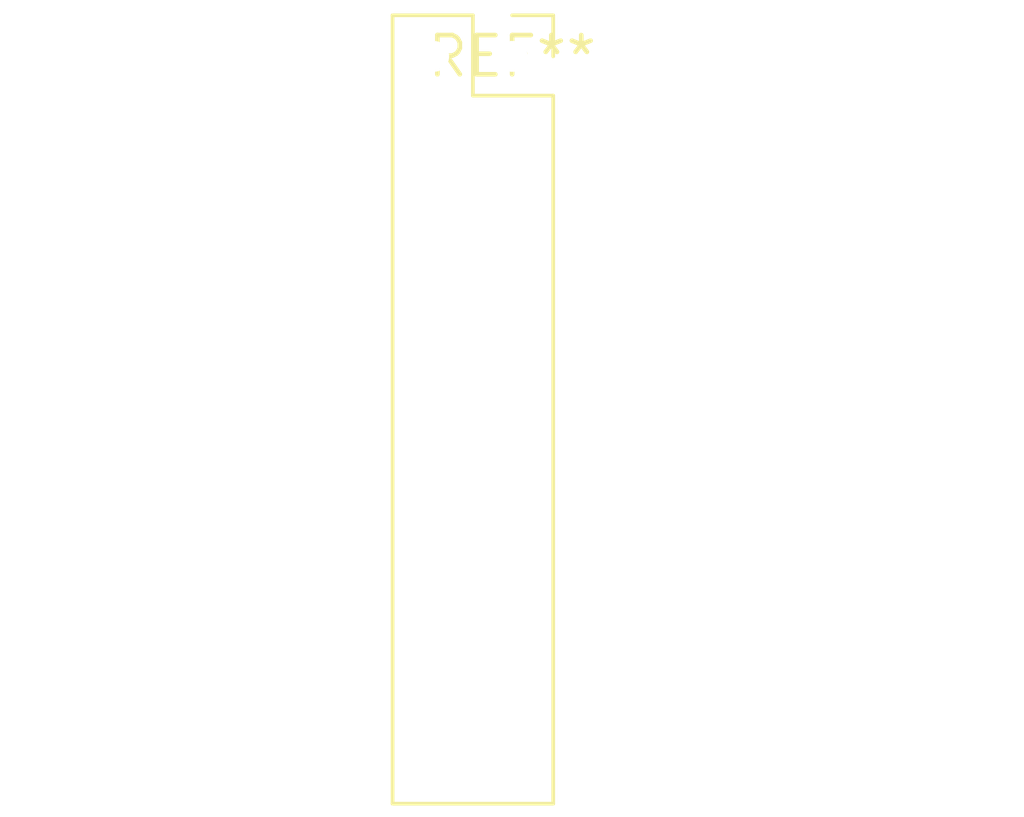
<source format=kicad_pcb>
(kicad_pcb (version 20240108) (generator pcbnew)
  (layers (0 "F.Cu" signal) (31 "B.Cu" signal) (34 "B.Paste" user) (35 "F.Paste" user) (36 "B.SilkS" user "B.Silkscreen") (37 "F.SilkS" user "F.Silkscreen") (38 "B.Mask" user) (39 "F.Mask" user) (44 "Edge.Cuts" user))
  (net 0 "")
  (footprint "PinSocket_2x10_P2.54mm_Vertical" (layer "F.Cu") (at 0 0)
    (property "Reference" "REF**")
    (property "Value" "PinSocket_2x10_P2.54mm_Vertical")
    (fp_line (start -3.87 -1.33) (end -3.87 24.19) (layer "F.SilkS") (stroke (width 0.12)))
    (fp_line (start -3.87 -1.33) (end -1.27 -1.33) (layer "F.SilkS") (stroke (width 0.12)))
    (fp_line (start -3.87 24.19) (end 1.33 24.19) (layer "F.SilkS") (stroke (width 0.12)))
    (fp_line (start -1.27 -1.33) (end -1.27 1.27) (layer "F.SilkS") (stroke (width 0.12)))
    (fp_line (start -1.27 1.27) (end 1.33 1.27) (layer "F.SilkS") (stroke (width 0.12)))
    (fp_line (start 0 -1.33) (end 1.33 -1.33) (layer "F.SilkS") (stroke (width 0.12)))
    (fp_line (start 1.33 -1.33) (end 1.33 0) (layer "F.SilkS") (stroke (width 0.12)))
    (fp_line (start 1.33 1.27) (end 1.33 24.19) (layer "F.SilkS") (stroke (width 0.12)))
    (pad "1" thru_hole rect (at 0 0) (size 1.7 1.7) (drill 1) (layers *.Cu *.Mask) (remove_unused_layers))
    (pad "2" thru_hole oval (at -2.54 0) (size 1.7 1.7) (drill 1) (layers *.Cu *.Mask) (remove_unused_layers))
    (pad "3" thru_hole oval (at 0 2.54) (size 1.7 1.7) (drill 1) (layers *.Cu *.Mask) (remove_unused_layers))
    (pad "4" thru_hole oval (at -2.54 2.54) (size 1.7 1.7) (drill 1) (layers *.Cu *.Mask) (remove_unused_layers))
    (pad "5" thru_hole oval (at 0 5.08) (size 1.7 1.7) (drill 1) (layers *.Cu *.Mask) (remove_unused_layers))
    (pad "6" thru_hole oval (at -2.54 5.08) (size 1.7 1.7) (drill 1) (layers *.Cu *.Mask) (remove_unused_layers))
    (pad "7" thru_hole oval (at 0 7.62) (size 1.7 1.7) (drill 1) (layers *.Cu *.Mask) (remove_unused_layers))
    (pad "8" thru_hole oval (at -2.54 7.62) (size 1.7 1.7) (drill 1) (layers *.Cu *.Mask) (remove_unused_layers))
    (pad "9" thru_hole oval (at 0 10.16) (size 1.7 1.7) (drill 1) (layers *.Cu *.Mask) (remove_unused_layers))
    (pad "10" thru_hole oval (at -2.54 10.16) (size 1.7 1.7) (drill 1) (layers *.Cu *.Mask) (remove_unused_layers))
    (pad "11" thru_hole oval (at 0 12.7) (size 1.7 1.7) (drill 1) (layers *.Cu *.Mask) (remove_unused_layers))
    (pad "12" thru_hole oval (at -2.54 12.7) (size 1.7 1.7) (drill 1) (layers *.Cu *.Mask) (remove_unused_layers))
    (pad "13" thru_hole oval (at 0 15.24) (size 1.7 1.7) (drill 1) (layers *.Cu *.Mask) (remove_unused_layers))
    (pad "14" thru_hole oval (at -2.54 15.24) (size 1.7 1.7) (drill 1) (layers *.Cu *.Mask) (remove_unused_layers))
    (pad "15" thru_hole oval (at 0 17.78) (size 1.7 1.7) (drill 1) (layers *.Cu *.Mask) (remove_unused_layers))
    (pad "16" thru_hole oval (at -2.54 17.78) (size 1.7 1.7) (drill 1) (layers *.Cu *.Mask) (remove_unused_layers))
    (pad "17" thru_hole oval (at 0 20.32) (size 1.7 1.7) (drill 1) (layers *.Cu *.Mask) (remove_unused_layers))
    (pad "18" thru_hole oval (at -2.54 20.32) (size 1.7 1.7) (drill 1) (layers *.Cu *.Mask) (remove_unused_layers))
    (pad "19" thru_hole oval (at 0 22.86) (size 1.7 1.7) (drill 1) (layers *.Cu *.Mask) (remove_unused_layers))
    (pad "20" thru_hole oval (at -2.54 22.86) (size 1.7 1.7) (drill 1) (layers *.Cu *.Mask) (remove_unused_layers))
  )
)
</source>
